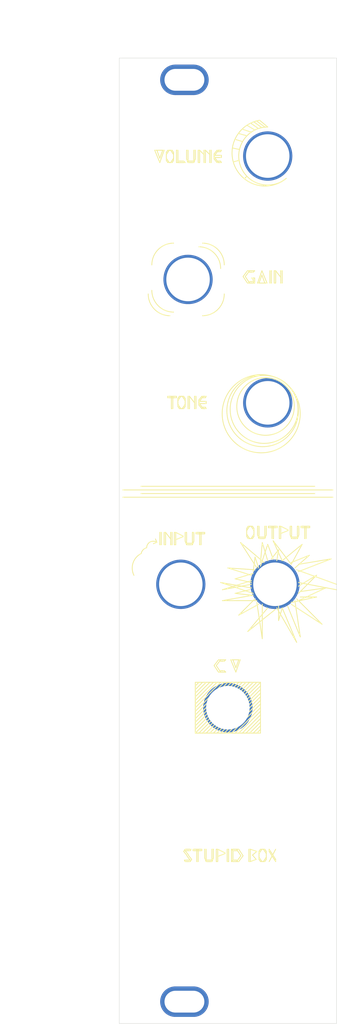
<source format=kicad_pcb>
(kicad_pcb (version 20171130) (host pcbnew "(5.1.9)-1")

  (general
    (thickness 1.6)
    (drawings 477)
    (tracks 6)
    (zones 0)
    (modules 2)
    (nets 1)
  )

  (page A4)
  (layers
    (0 F.Cu signal)
    (31 B.Cu signal)
    (32 B.Adhes user)
    (33 F.Adhes user)
    (34 B.Paste user)
    (35 F.Paste user)
    (36 B.SilkS user)
    (37 F.SilkS user)
    (38 B.Mask user)
    (39 F.Mask user)
    (40 Dwgs.User user)
    (41 Cmts.User user)
    (42 Eco1.User user)
    (43 Eco2.User user)
    (44 Edge.Cuts user)
    (45 Margin user)
    (46 B.CrtYd user)
    (47 F.CrtYd user)
    (48 B.Fab user)
    (49 F.Fab user)
  )

  (setup
    (last_trace_width 0.3)
    (user_trace_width 0.3)
    (user_trace_width 0.6)
    (trace_clearance 0.2)
    (zone_clearance 0.508)
    (zone_45_only no)
    (trace_min 0.2)
    (via_size 0.8)
    (via_drill 0.4)
    (via_min_size 0.4)
    (via_min_drill 0.3)
    (uvia_size 0.3)
    (uvia_drill 0.1)
    (uvias_allowed no)
    (uvia_min_size 0.2)
    (uvia_min_drill 0.1)
    (edge_width 0.05)
    (segment_width 0.2)
    (pcb_text_width 0.3)
    (pcb_text_size 1.5 1.5)
    (mod_edge_width 0.12)
    (mod_text_size 1 1)
    (mod_text_width 0.15)
    (pad_size 1.524 1.524)
    (pad_drill 0.762)
    (pad_to_mask_clearance 0)
    (aux_axis_origin 0 0)
    (visible_elements 7FFFFFFF)
    (pcbplotparams
      (layerselection 0x010fc_ffffffff)
      (usegerberextensions true)
      (usegerberattributes false)
      (usegerberadvancedattributes false)
      (creategerberjobfile false)
      (excludeedgelayer true)
      (linewidth 0.100000)
      (plotframeref false)
      (viasonmask false)
      (mode 1)
      (useauxorigin false)
      (hpglpennumber 1)
      (hpglpenspeed 20)
      (hpglpendiameter 15.000000)
      (psnegative false)
      (psa4output false)
      (plotreference true)
      (plotvalue false)
      (plotinvisibletext false)
      (padsonsilk false)
      (subtractmaskfromsilk true)
      (outputformat 1)
      (mirror false)
      (drillshape 0)
      (scaleselection 1)
      (outputdirectory "gerber/"))
  )

  (net 0 "")

  (net_class Default "This is the default net class."
    (clearance 0.2)
    (trace_width 0.3)
    (via_dia 0.8)
    (via_drill 0.4)
    (uvia_dia 0.3)
    (uvia_drill 0.1)
  )

  (net_class Power ""
    (clearance 0.2)
    (trace_width 0.6)
    (via_dia 0.8)
    (via_drill 0.4)
    (uvia_dia 0.3)
    (uvia_drill 0.1)
  )

  (module "Synth:Doepfer Mounting hole" (layer F.Cu) (tedit 6156C46B) (tstamp 61576E6D)
    (at 71 155)
    (fp_text reference REF** (at 0 3) (layer F.SilkS) hide
      (effects (font (size 1 1) (thickness 0.15)))
    )
    (fp_text value "Doepfer Mounting hole" (at 0 -3) (layer F.Fab)
      (effects (font (size 1 1) (thickness 0.15)))
    )
    (pad 1 thru_hole oval (at 0 0) (size 6.7 4.2) (drill oval 5.5 3) (layers *.Cu *.Mask))
  )

  (module "Synth:Doepfer Mounting hole" (layer F.Cu) (tedit 6156C46B) (tstamp 61576E66)
    (at 71 28)
    (fp_text reference REF** (at 0 3) (layer F.SilkS) hide
      (effects (font (size 1 1) (thickness 0.15)))
    )
    (fp_text value "Doepfer Mounting hole" (at 0 -3) (layer F.Fab)
      (effects (font (size 1 1) (thickness 0.15)))
    )
    (pad 1 thru_hole oval (at 0 0) (size 6.7 4.2) (drill oval 5.5 3) (layers *.Cu *.Mask))
  )

  (dimension 133 (width 0.15) (layer Dwgs.User)
    (gr_text "133,000 mm" (at 49.2 91.5 90) (layer Dwgs.User)
      (effects (font (size 1 1) (thickness 0.15)))
    )
    (feature1 (pts (xy 62 25) (xy 49.913579 25)))
    (feature2 (pts (xy 62 158) (xy 49.913579 158)))
    (crossbar (pts (xy 50.5 158) (xy 50.5 25)))
    (arrow1a (pts (xy 50.5 25) (xy 51.086421 26.126504)))
    (arrow1b (pts (xy 50.5 25) (xy 49.913579 26.126504)))
    (arrow2a (pts (xy 50.5 158) (xy 51.086421 156.873496)))
    (arrow2b (pts (xy 50.5 158) (xy 49.913579 156.873496)))
  )
  (gr_arc (start 73.5 53.5) (end 76.5 53.5) (angle -90) (layer F.SilkS) (width 0.12) (tstamp 612012AA))
  (gr_arc (start 69.5 53.5) (end 69.5 50.5) (angle -90) (layer F.SilkS) (width 0.12) (tstamp 612012AA))
  (gr_arc (start 73.5 57.5) (end 73.5 60.5) (angle -90) (layer F.SilkS) (width 0.12) (tstamp 612012AA))
  (gr_arc (start 69 57.5) (end 66 57.5) (angle -90) (layer F.SilkS) (width 0.12) (tstamp 612012AA))
  (gr_arc (start 73 54) (end 76 54) (angle -90) (layer F.SilkS) (width 0.12) (tstamp 612012AA))
  (gr_arc (start 69.5 57) (end 66.5 57) (angle -90) (layer F.SilkS) (width 0.12))
  (gr_line (start 65 84) (end 89 84) (layer F.SilkS) (width 0.12))
  (gr_line (start 62.5 84.5) (end 91.5 84.5) (layer F.SilkS) (width 0.12))
  (gr_line (start 65 85) (end 89 85) (layer F.SilkS) (width 0.12))
  (gr_line (start 62.5 85.5) (end 91.5 85.5) (layer F.SilkS) (width 0.12))
  (gr_line (start 82 42.5) (end 82 42.6) (layer F.SilkS) (width 0.12))
  (gr_line (start 79.6 41.3) (end 79.3 41.6) (layer F.SilkS) (width 0.12))
  (gr_line (start 78.5 39.1) (end 77.8 39.3) (layer F.SilkS) (width 0.12))
  (gr_line (start 78.6 37.6) (end 77.7 37.4) (layer F.SilkS) (width 0.12))
  (gr_line (start 79 36.5) (end 78 36.2) (layer F.SilkS) (width 0.12))
  (gr_line (start 79.6 35.7) (end 78.5 35.4) (layer F.SilkS) (width 0.12))
  (gr_line (start 80.2 35.2) (end 79 34.8) (layer F.SilkS) (width 0.12))
  (gr_line (start 80.7 34.9) (end 79.7 34.3) (layer F.SilkS) (width 0.12))
  (gr_line (start 81.2 34.7) (end 80.2 34) (layer F.SilkS) (width 0.12))
  (gr_line (start 81.7 34.6) (end 80.6 33.8) (layer F.SilkS) (width 0.12))
  (gr_line (start 82.1 34.5) (end 81 33.7) (layer F.SilkS) (width 0.12))
  (gr_line (start 82.5 34.5) (end 81.386612 33.571173) (layer F.SilkS) (width 0.12) (tstamp 6120120D))
  (gr_arc (start 82.136612 38.071173) (end 81.386612 33.571173) (angle -210.4014533) (layer F.SilkS) (width 0.12) (tstamp 612011FE))
  (gr_arc (start 82.5 38.5) (end 82.5 34.5) (angle -219.8055711) (layer F.SilkS) (width 0.12))
  (gr_circle (center 81.6 74) (end 83.6 79) (layer F.SilkS) (width 0.12))
  (gr_circle (center 81.8 73.6) (end 83.6 78.2) (layer F.SilkS) (width 0.12))
  (gr_circle (center 82 73.4) (end 85 77) (layer F.SilkS) (width 0.12))
  (gr_circle (center 82.2 73) (end 84.8 76) (layer F.SilkS) (width 0.12))
  (gr_arc (start 66.028108 95.262777) (end 65.028109 93.262778) (angle -90) (layer F.SilkS) (width 0.12))
  (gr_line (start 67.190253 91.714932) (end 66.725321 91.905185) (layer F.SilkS) (width 0.12) (tstamp 61200F23))
  (gr_line (start 67.190253 91.714932) (end 67 91.25) (layer F.SilkS) (width 0.12))
  (gr_arc (start 66.690254 92.464931) (end 67.190253 91.714932) (angle -123.6900675) (layer F.SilkS) (width 0.12))
  (gr_arc (start 66.038867 93.46493) (end 65.788868 92.464931) (angle -64.65382406) (layer F.SilkS) (width 0.12))
  (gr_line (start 87.25 92) (end 85.75 94.75) (layer F.SilkS) (width 0.12) (tstamp 61200F12))
  (gr_line (start 84.5 94.25) (end 87.25 92) (layer F.SilkS) (width 0.12))
  (gr_line (start 82.5 92) (end 81.5 95) (layer F.SilkS) (width 0.12))
  (gr_line (start 83.25 94) (end 82.5 92) (layer F.SilkS) (width 0.12))
  (gr_line (start 83.25 91.5) (end 84.5 94.25) (layer F.SilkS) (width 0.12))
  (gr_line (start 85.75 94.75) (end 83.25 91.5) (layer F.SilkS) (width 0.12))
  (gr_line (start 84 92.75) (end 83.75 94.25) (layer F.SilkS) (width 0.12))
  (gr_line (start 83 94) (end 84 92.75) (layer F.SilkS) (width 0.12))
  (gr_line (start 81.75 91.75) (end 82.5 94.25) (layer F.SilkS) (width 0.12))
  (gr_line (start 81.5 94.5) (end 81.75 91.75) (layer F.SilkS) (width 0.12))
  (gr_line (start 78.75 91.75) (end 81 95.25) (layer F.SilkS) (width 0.12))
  (gr_line (start 82 94.5) (end 78.75 91.75) (layer F.SilkS) (width 0.12))
  (gr_line (start 80.75 93.75) (end 80.5 95.75) (layer F.SilkS) (width 0.12))
  (gr_line (start 81.25 95.25) (end 80.75 93.75) (layer F.SilkS) (width 0.12))
  (gr_line (start 78 96.75) (end 80.25 97.25) (layer F.SilkS) (width 0.12))
  (gr_line (start 80.5 96) (end 78 96.75) (layer F.SilkS) (width 0.12))
  (gr_line (start 76.25 98.25) (end 80.25 97.5) (layer F.SilkS) (width 0.12))
  (gr_line (start 80.25 97) (end 76.25 98.25) (layer F.SilkS) (width 0.12))
  (gr_line (start 77 95.25) (end 80.25 96.25) (layer F.SilkS) (width 0.12))
  (gr_line (start 80.75 95.5) (end 77 95.25) (layer F.SilkS) (width 0.12))
  (gr_line (start 88.25 93.5) (end 85.75 94.5) (layer F.SilkS) (width 0.12))
  (gr_line (start 86.25 95.25) (end 88.25 93.5) (layer F.SilkS) (width 0.12))
  (gr_line (start 92 98.25) (end 86.75 97.25) (layer F.SilkS) (width 0.12))
  (gr_line (start 86.5 95.5) (end 92 97.5) (layer F.SilkS) (width 0.12))
  (gr_line (start 91.25 94) (end 86.75 95.75) (layer F.SilkS) (width 0.12))
  (gr_line (start 86.75 94.75) (end 91.25 94) (layer F.SilkS) (width 0.12))
  (gr_line (start 78 98.75) (end 80.25 99) (layer F.SilkS) (width 0.12))
  (gr_line (start 80 98.25) (end 78 98.75) (layer F.SilkS) (width 0.12))
  (gr_line (start 76 97.25) (end 80.25 98) (layer F.SilkS) (width 0.12))
  (gr_line (start 80.5 98.75) (end 76 97.25) (layer F.SilkS) (width 0.12))
  (gr_line (start 89.25 96.25) (end 86.75 97.75) (layer F.SilkS) (width 0.12))
  (gr_line (start 86.75 98.75) (end 89.25 96.25) (layer F.SilkS) (width 0.12))
  (gr_line (start 76.25 99.75) (end 80.5 99) (layer F.SilkS) (width 0.12))
  (gr_line (start 81 99.75) (end 76.25 99.75) (layer F.SilkS) (width 0.12))
  (gr_line (start 78.5 101.75) (end 80.75 99.5) (layer F.SilkS) (width 0.12))
  (gr_line (start 81.25 100.25) (end 78.5 101.75) (layer F.SilkS) (width 0.12))
  (gr_line (start 89.25 99.25) (end 85.75 100) (layer F.SilkS) (width 0.12))
  (gr_line (start 87 99.25) (end 89.25 99.25) (layer F.SilkS) (width 0.12))
  (gr_line (start 90.5 98) (end 86.75 99.75) (layer F.SilkS) (width 0.12))
  (gr_line (start 87 98.5) (end 90.5 98) (layer F.SilkS) (width 0.12))
  (gr_line (start 87 104.75) (end 85.25 100.5) (layer F.SilkS) (width 0.12))
  (gr_line (start 86.25 99.75) (end 87 104.75) (layer F.SilkS) (width 0.12))
  (gr_line (start 90 103) (end 86.5 99.5) (layer F.SilkS) (width 0.12))
  (gr_line (start 85.75 100.25) (end 90 103) (layer F.SilkS) (width 0.12))
  (gr_line (start 81.75 105) (end 81.75 100.25) (layer F.SilkS) (width 0.12))
  (gr_line (start 81 100) (end 81.75 105) (layer F.SilkS) (width 0.12))
  (gr_line (start 79.75 104) (end 82.5 100.75) (layer F.SilkS) (width 0.12))
  (gr_line (start 83.5 101) (end 79.75 104) (layer F.SilkS) (width 0.12))
  (gr_line (start 84 102.5) (end 84 100.5) (layer F.SilkS) (width 0.12))
  (gr_line (start 84.5 100.75) (end 84 102.5) (layer F.SilkS) (width 0.12))
  (gr_line (start 86.5 105.5) (end 84.5 100.75) (layer F.SilkS) (width 0.12))
  (gr_line (start 83.75 100.75) (end 86.5 105.5) (layer F.SilkS) (width 0.12))
  (gr_line (start 74 135.5) (end 74.8 135.5) (layer F.SilkS) (width 0.12) (tstamp 61200D4E))
  (gr_line (start 71.3 91.85) (end 72.1 91.85) (layer F.SilkS) (width 0.12))
  (gr_line (start 78.8 134.9) (end 78.2 134) (layer F.SilkS) (width 0.12) (tstamp 61200E3A))
  (gr_line (start 78.2 135.7) (end 78.8 134.9) (layer F.SilkS) (width 0.12) (tstamp 61200E39))
  (gr_line (start 83.6 134) (end 82.7 135.7) (layer F.SilkS) (width 0.12))
  (gr_line (start 82.7 134) (end 83.6 135.4) (layer F.SilkS) (width 0.12) (tstamp 61200E9D))
  (gr_line (start 83.6 135.7) (end 83.6 135.4) (layer F.SilkS) (width 0.12))
  (gr_line (start 82.7 134.3) (end 83.6 135.7) (layer F.SilkS) (width 0.12))
  (gr_line (start 82.7 134) (end 82.7 134.3) (layer F.SilkS) (width 0.12))
  (gr_line (start 81 134.3) (end 80.1 134) (layer F.SilkS) (width 0.12) (tstamp 61200E99))
  (gr_line (start 80.4 134.8) (end 81 134.3) (layer F.SilkS) (width 0.12))
  (gr_line (start 80.9 135.4) (end 80.4 134.8) (layer F.SilkS) (width 0.12))
  (gr_line (start 80.1 135.7) (end 80.9 135.4) (layer F.SilkS) (width 0.12))
  (gr_line (start 80.1 134) (end 80.1 135.7) (layer F.SilkS) (width 0.12) (tstamp 61200E94))
  (gr_line (start 79.9 135.7) (end 79.9 134) (layer F.SilkS) (width 0.12) (tstamp 61200E93))
  (gr_line (start 79.9 134) (end 80.1 134) (layer F.SilkS) (width 0.12) (tstamp 61200E92))
  (gr_line (start 79.9 135.7) (end 80.1 135.7) (layer F.SilkS) (width 0.12) (tstamp 61200E91))
  (gr_line (start 81.5 135.7) (end 81.3 135.4) (layer F.SilkS) (width 0.12) (tstamp 61200E83))
  (gr_line (start 82.3 135.4) (end 82.3 134.3) (layer F.SilkS) (width 0.12) (tstamp 61200E82))
  (gr_line (start 82.1 135.7) (end 81.5 135.7) (layer F.SilkS) (width 0.12) (tstamp 61200E81))
  (gr_line (start 82.1 134) (end 82.3 134.3) (layer F.SilkS) (width 0.12) (tstamp 61200E80))
  (gr_line (start 81.5 134) (end 82.1 134) (layer F.SilkS) (width 0.12) (tstamp 61200E7F))
  (gr_line (start 81.9 134) (end 82.3 134.6) (layer F.SilkS) (width 0.12) (tstamp 61200E7E))
  (gr_line (start 82.3 135.1) (end 81.9 135.7) (layer F.SilkS) (width 0.12) (tstamp 61200E7D))
  (gr_line (start 81.3 134.6) (end 81.7 134) (layer F.SilkS) (width 0.12) (tstamp 61200E7C))
  (gr_line (start 81.3 134.3) (end 81.3 135.4) (layer F.SilkS) (width 0.12) (tstamp 61200E7B))
  (gr_line (start 81.3 134.3) (end 81.5 134) (layer F.SilkS) (width 0.12) (tstamp 61200E7A))
  (gr_line (start 82.3 135.4) (end 82.1 135.7) (layer F.SilkS) (width 0.12) (tstamp 61200E79))
  (gr_line (start 81.3 135.1) (end 81.7 135.7) (layer F.SilkS) (width 0.12) (tstamp 61200E78))
  (gr_line (start 77.7 134.2) (end 77.7 135.5) (layer F.SilkS) (width 0.12) (tstamp 61200E5E))
  (gr_line (start 77.5 134) (end 77.5 135.7) (layer F.SilkS) (width 0.12) (tstamp 61200E5D))
  (gr_line (start 78.3 134.2) (end 77.7 134.2) (layer F.SilkS) (width 0.12) (tstamp 61200E3E))
  (gr_line (start 77.7 134.2) (end 77.5 134) (layer F.SilkS) (width 0.12) (tstamp 61200E3D))
  (gr_line (start 78.3 135.5) (end 77.7 135.5) (layer F.SilkS) (width 0.12) (tstamp 61200E3C))
  (gr_line (start 77.7 135.5) (end 77.5 135.7) (layer F.SilkS) (width 0.12) (tstamp 61200E3B))
  (gr_line (start 77.5 135.7) (end 78.5 135.7) (layer F.SilkS) (width 0.12) (tstamp 61200E38))
  (gr_line (start 78.5 135.7) (end 79.1 134.9) (layer F.SilkS) (width 0.12) (tstamp 61200E37))
  (gr_line (start 78.5 134) (end 77.5 134) (layer F.SilkS) (width 0.12) (tstamp 61200E36))
  (gr_line (start 79.1 134.9) (end 78.5 134) (layer F.SilkS) (width 0.12) (tstamp 61200E35))
  (gr_line (start 71.1 134) (end 70.9 134.3) (layer F.SilkS) (width 0.12) (tstamp 61200E34))
  (gr_line (start 72 135.4) (end 71.8 135.7) (layer F.SilkS) (width 0.12) (tstamp 61200E33))
  (gr_line (start 71.4 135) (end 71.3 134.8) (layer F.SilkS) (width 0.12) (tstamp 61200E32))
  (gr_line (start 71.6 134.9) (end 71.5 134.7) (layer F.SilkS) (width 0.12) (tstamp 61200E31))
  (gr_line (start 72 135.4) (end 71.6 134.9) (layer F.SilkS) (width 0.12))
  (gr_line (start 70.9 134.3) (end 71.3 134.8) (layer F.SilkS) (width 0.12))
  (gr_line (start 71.1 134.2) (end 71.5 134.7) (layer F.SilkS) (width 0.12))
  (gr_line (start 71.8 135.5) (end 71.4 135) (layer F.SilkS) (width 0.12))
  (gr_line (start 71.8 135.7) (end 71.1 135.7) (layer F.SilkS) (width 0.12) (tstamp 61200DFB))
  (gr_line (start 71.8 135.5) (end 71 135.5) (layer F.SilkS) (width 0.12) (tstamp 61200DFA))
  (gr_line (start 71 135.5) (end 71.1 135.7) (layer F.SilkS) (width 0.12) (tstamp 61200DF9))
  (gr_line (start 71.8 134.2) (end 71.1 134.2) (layer F.SilkS) (width 0.12))
  (gr_line (start 71.9 134) (end 71.8 134.2) (layer F.SilkS) (width 0.12))
  (gr_line (start 71.9 134) (end 71.1 134) (layer F.SilkS) (width 0.12))
  (gr_line (start 77.1 134) (end 77.1 135.7) (layer F.SilkS) (width 0.12) (tstamp 61200D69))
  (gr_line (start 76.9 135.7) (end 76.9 134) (layer F.SilkS) (width 0.12) (tstamp 61200D68))
  (gr_line (start 76.9 134) (end 77.1 134) (layer F.SilkS) (width 0.12) (tstamp 61200D67))
  (gr_line (start 75.6 134) (end 76.6 134.5) (layer F.SilkS) (width 0.12) (tstamp 61200D65))
  (gr_line (start 75.6 134) (end 75.6 135.7) (layer F.SilkS) (width 0.12) (tstamp 61200D64))
  (gr_line (start 75.4 135.7) (end 75.6 135.7) (layer F.SilkS) (width 0.12) (tstamp 61200D63))
  (gr_line (start 75.4 134) (end 75.6 134) (layer F.SilkS) (width 0.12) (tstamp 61200D60))
  (gr_line (start 76.6 134.5) (end 76.6 134.6) (layer F.SilkS) (width 0.12) (tstamp 61200D5F))
  (gr_line (start 75.4 135.7) (end 75.4 134) (layer F.SilkS) (width 0.12) (tstamp 61200D5E))
  (gr_line (start 76.6 134.6) (end 75.6 135) (layer F.SilkS) (width 0.12) (tstamp 61200D5D))
  (gr_line (start 76.9 135.7) (end 77.1 135.7) (layer F.SilkS) (width 0.12) (tstamp 61200D59))
  (gr_line (start 72.9 134.2) (end 73.4 134.2) (layer F.SilkS) (width 0.12) (tstamp 61200D53))
  (gr_line (start 73.4 134.2) (end 73.4 134) (layer F.SilkS) (width 0.12) (tstamp 61200D52))
  (gr_line (start 73.4 134) (end 72.9 134) (layer F.SilkS) (width 0.12) (tstamp 61200D51))
  (gr_line (start 74 134) (end 74 135.7) (layer F.SilkS) (width 0.12) (tstamp 61200D50))
  (gr_line (start 72.7 134) (end 72.9 134) (layer F.SilkS) (width 0.12) (tstamp 61200D4F))
  (gr_line (start 74 135.7) (end 74.8 135.7) (layer F.SilkS) (width 0.12) (tstamp 61200D4D))
  (gr_line (start 73.8 135.2) (end 73.8 134) (layer F.SilkS) (width 0.12) (tstamp 61200D4C))
  (gr_line (start 73.8 135.2) (end 74 135.7) (layer F.SilkS) (width 0.12) (tstamp 61200D4B))
  (gr_line (start 72.7 135.7) (end 72.7 134) (layer F.SilkS) (width 0.12) (tstamp 61200D49))
  (gr_line (start 75 135.2) (end 74.8 135.7) (layer F.SilkS) (width 0.12) (tstamp 61200D48))
  (gr_line (start 72.7 134.2) (end 72.9 134.2) (layer F.SilkS) (width 0.12) (tstamp 61200D47))
  (gr_line (start 72.7 134) (end 72.2 134) (layer F.SilkS) (width 0.12) (tstamp 61200D46))
  (gr_line (start 72.9 134) (end 72.9 135.7) (layer F.SilkS) (width 0.12) (tstamp 61200D45))
  (gr_line (start 74.8 134) (end 75 134) (layer F.SilkS) (width 0.12) (tstamp 61200D44))
  (gr_line (start 74.8 135.7) (end 74.8 134) (layer F.SilkS) (width 0.12) (tstamp 61200D43))
  (gr_line (start 72.2 134.2) (end 72.7 134.2) (layer F.SilkS) (width 0.12) (tstamp 61200D42))
  (gr_line (start 72.2 134) (end 72.2 134.2) (layer F.SilkS) (width 0.12) (tstamp 61200D41))
  (gr_line (start 72.7 135.7) (end 72.9 135.7) (layer F.SilkS) (width 0.12) (tstamp 61200D40))
  (gr_line (start 75 134) (end 75 135.2) (layer F.SilkS) (width 0.12) (tstamp 61200D3F))
  (gr_line (start 73.8 134) (end 74 134) (layer F.SilkS) (width 0.12) (tstamp 61200D3E))
  (gr_line (start 81.5 117.5) (end 81 118) (layer F.SilkS) (width 0.12))
  (gr_line (start 81.5 117) (end 80.5 118) (layer F.SilkS) (width 0.12))
  (gr_line (start 81.5 116.5) (end 80 118) (layer F.SilkS) (width 0.12))
  (gr_line (start 81.5 116) (end 79.5 118) (layer F.SilkS) (width 0.12))
  (gr_line (start 79 118) (end 81.5 115.5) (layer F.SilkS) (width 0.12))
  (gr_line (start 81.5 115) (end 78.5 118) (layer F.SilkS) (width 0.12))
  (gr_line (start 78 118) (end 81.5 114.5) (layer F.SilkS) (width 0.12))
  (gr_line (start 81.5 114) (end 77.5 118) (layer F.SilkS) (width 0.12))
  (gr_line (start 77 118) (end 81.5 113.5) (layer F.SilkS) (width 0.12))
  (gr_line (start 81.5 113) (end 76.5 118) (layer F.SilkS) (width 0.12))
  (gr_line (start 76 118) (end 81.5 112.5) (layer F.SilkS) (width 0.12))
  (gr_line (start 81.5 112) (end 75.5 118) (layer F.SilkS) (width 0.12))
  (gr_line (start 75 118) (end 81.5 111.5) (layer F.SilkS) (width 0.12))
  (gr_line (start 81.5 111) (end 74.5 118) (layer F.SilkS) (width 0.12))
  (gr_line (start 74 118) (end 81 111) (layer F.SilkS) (width 0.12))
  (gr_line (start 80.5 111) (end 73.5 118) (layer F.SilkS) (width 0.12))
  (gr_line (start 73 118) (end 80 111) (layer F.SilkS) (width 0.12))
  (gr_line (start 72.5 118) (end 73 118) (layer F.SilkS) (width 0.12))
  (gr_line (start 79.5 111) (end 72.5 118) (layer F.SilkS) (width 0.12) (tstamp 61200CAD))
  (gr_line (start 73 111) (end 72.5 111.5) (layer F.SilkS) (width 0.12))
  (gr_line (start 72.5 117.5) (end 79 111) (layer F.SilkS) (width 0.12))
  (gr_line (start 78.5 111) (end 72.5 117) (layer F.SilkS) (width 0.12))
  (gr_line (start 78 111) (end 72.5 116.5) (layer F.SilkS) (width 0.12))
  (gr_line (start 77.5 111) (end 72.5 116) (layer F.SilkS) (width 0.12))
  (gr_line (start 77 111) (end 72.5 115.5) (layer F.SilkS) (width 0.12))
  (gr_line (start 76.5 111) (end 72.5 115) (layer F.SilkS) (width 0.12))
  (gr_line (start 76 111) (end 72.5 114.5) (layer F.SilkS) (width 0.12))
  (gr_line (start 75.5 111) (end 72.5 114) (layer F.SilkS) (width 0.12))
  (gr_line (start 75 111) (end 72.5 113.5) (layer F.SilkS) (width 0.12))
  (gr_line (start 74.5 111) (end 72.5 113) (layer F.SilkS) (width 0.12))
  (gr_line (start 72.5 112.5) (end 74 111) (layer F.SilkS) (width 0.12))
  (gr_line (start 73.5 111) (end 72.5 112) (layer F.SilkS) (width 0.12))
  (gr_line (start 72.5 118) (end 72.5 111) (layer F.SilkS) (width 0.12) (tstamp 61200CAC))
  (gr_line (start 81.5 118) (end 72.5 118) (layer F.SilkS) (width 0.12))
  (gr_line (start 81.5 111) (end 81.5 118) (layer F.SilkS) (width 0.12))
  (gr_line (start 72.5 111) (end 81.5 111) (layer F.SilkS) (width 0.12))
  (gr_line (start 73.9 37.7) (end 74.5 38.3) (layer F.SilkS) (width 0.12))
  (gr_line (start 73.1 37.7) (end 73.7 38.3) (layer F.SilkS) (width 0.12))
  (gr_line (start 74.7 37.7) (end 74.7 39.4) (layer F.SilkS) (width 0.12) (tstamp 61200935))
  (gr_line (start 74.5 39.4) (end 74.5 37.7) (layer F.SilkS) (width 0.12) (tstamp 61200934))
  (gr_line (start 74.5 37.7) (end 74.7 37.7) (layer F.SilkS) (width 0.12) (tstamp 61200933))
  (gr_line (start 74.5 39.4) (end 74.7 39.4) (layer F.SilkS) (width 0.12) (tstamp 61200932))
  (gr_line (start 73.9 37.7) (end 73.9 39.4) (layer F.SilkS) (width 0.12) (tstamp 61200935))
  (gr_line (start 73.7 39.4) (end 73.7 37.7) (layer F.SilkS) (width 0.12) (tstamp 61200934))
  (gr_line (start 73.7 37.7) (end 73.9 37.7) (layer F.SilkS) (width 0.12) (tstamp 61200933))
  (gr_line (start 73.7 39.4) (end 73.9 39.4) (layer F.SilkS) (width 0.12) (tstamp 61200932))
  (gr_line (start 73.1 37.7) (end 73.1 39.4) (layer F.SilkS) (width 0.12) (tstamp 61200935))
  (gr_line (start 72.9 39.4) (end 72.9 37.7) (layer F.SilkS) (width 0.12) (tstamp 61200934))
  (gr_line (start 72.9 37.7) (end 73.1 37.7) (layer F.SilkS) (width 0.12) (tstamp 61200933))
  (gr_line (start 72.9 39.4) (end 73.1 39.4) (layer F.SilkS) (width 0.12) (tstamp 61200932))
  (gr_line (start 70.9 39.2) (end 70.1 39.2) (layer F.SilkS) (width 0.12))
  (gr_line (start 71.1 39.4) (end 70.9 39.2) (layer F.SilkS) (width 0.12))
  (gr_line (start 70.1 39.4) (end 71.1 39.4) (layer F.SilkS) (width 0.12))
  (gr_line (start 70.1 37.7) (end 70.1 39.4) (layer F.SilkS) (width 0.12) (tstamp 61200935))
  (gr_line (start 69.9 39.4) (end 69.9 37.7) (layer F.SilkS) (width 0.12) (tstamp 61200934))
  (gr_line (start 69.9 37.7) (end 70.1 37.7) (layer F.SilkS) (width 0.12) (tstamp 61200933))
  (gr_line (start 69.9 39.4) (end 70.1 39.4) (layer F.SilkS) (width 0.12) (tstamp 61200932))
  (gr_line (start 71.5 37.7) (end 71.5 39.4) (layer F.SilkS) (width 0.12) (tstamp 61200915))
  (gr_line (start 71.5 39.2) (end 72.3 39.2) (layer F.SilkS) (width 0.12) (tstamp 61200914))
  (gr_line (start 71.5 39.4) (end 72.3 39.4) (layer F.SilkS) (width 0.12) (tstamp 61200913))
  (gr_line (start 71.3 38.9) (end 71.3 37.7) (layer F.SilkS) (width 0.12) (tstamp 61200912))
  (gr_line (start 71.3 38.9) (end 71.5 39.4) (layer F.SilkS) (width 0.12) (tstamp 61200911))
  (gr_line (start 72.5 38.9) (end 72.3 39.4) (layer F.SilkS) (width 0.12) (tstamp 61200910))
  (gr_line (start 72.3 37.7) (end 72.5 37.7) (layer F.SilkS) (width 0.12) (tstamp 6120090F))
  (gr_line (start 72.3 39.4) (end 72.3 37.7) (layer F.SilkS) (width 0.12) (tstamp 6120090E))
  (gr_line (start 72.5 37.7) (end 72.5 38.9) (layer F.SilkS) (width 0.12) (tstamp 6120090D))
  (gr_line (start 71.3 37.7) (end 71.5 37.7) (layer F.SilkS) (width 0.12) (tstamp 6120090C))
  (gr_line (start 69.3 37.7) (end 69.5 38) (layer F.SilkS) (width 0.12) (tstamp 612008E4))
  (gr_line (start 68.7 39.4) (end 68.5 39.1) (layer F.SilkS) (width 0.12) (tstamp 612008E3))
  (gr_line (start 69.5 39.1) (end 69.5 38) (layer F.SilkS) (width 0.12) (tstamp 612008E2))
  (gr_line (start 69.3 39.4) (end 68.7 39.4) (layer F.SilkS) (width 0.12) (tstamp 612008E1))
  (gr_line (start 76.1 38.6) (end 76.1 38.7) (layer F.SilkS) (width 0.12) (tstamp 612008E0))
  (gr_line (start 75.7 37.7) (end 75.1 38.5) (layer F.SilkS) (width 0.12) (tstamp 612008DF))
  (gr_line (start 75.9 38.4) (end 76.1 38.4) (layer F.SilkS) (width 0.12) (tstamp 612008DE))
  (gr_line (start 76 37.9) (end 76.1 37.7) (layer F.SilkS) (width 0.12) (tstamp 612008DD))
  (gr_line (start 76.1 38.7) (end 75.2 38.7) (layer F.SilkS) (width 0.12) (tstamp 612008DC))
  (gr_line (start 76 39.2) (end 76.1 39.4) (layer F.SilkS) (width 0.12) (tstamp 612008DB))
  (gr_line (start 75.7 39.4) (end 75.1 38.6) (layer F.SilkS) (width 0.12) (tstamp 612008DA))
  (gr_line (start 75.2 38.4) (end 75.9 38.4) (layer F.SilkS) (width 0.12) (tstamp 612008D9))
  (gr_line (start 75.6 37.9) (end 76 37.9) (layer F.SilkS) (width 0.12) (tstamp 612008D8))
  (gr_line (start 76.1 38.4) (end 76.1 38.6) (layer F.SilkS) (width 0.12) (tstamp 612008D7))
  (gr_line (start 75.6 39.2) (end 76 39.2) (layer F.SilkS) (width 0.12) (tstamp 612008D6))
  (gr_line (start 68.5 38) (end 68.7 37.7) (layer F.SilkS) (width 0.12) (tstamp 612008D5))
  (gr_line (start 68.7 37.7) (end 69.3 37.7) (layer F.SilkS) (width 0.12) (tstamp 612008D4))
  (gr_line (start 69.5 38.8) (end 69.1 39.4) (layer F.SilkS) (width 0.12) (tstamp 612008D3))
  (gr_line (start 68.5 38.3) (end 68.9 37.7) (layer F.SilkS) (width 0.12) (tstamp 612008D2))
  (gr_line (start 68.5 38.8) (end 68.9 39.4) (layer F.SilkS) (width 0.12) (tstamp 612008D1))
  (gr_line (start 69.1 37.7) (end 69.5 38.3) (layer F.SilkS) (width 0.12) (tstamp 612008D0))
  (gr_line (start 68.5 38) (end 68.5 39.1) (layer F.SilkS) (width 0.12) (tstamp 612008CF))
  (gr_line (start 69.5 39.1) (end 69.3 39.4) (layer F.SilkS) (width 0.12) (tstamp 612008CE))
  (gr_line (start 75.5 39.4) (end 76.1 39.4) (layer F.SilkS) (width 0.12) (tstamp 612008CD))
  (gr_line (start 75.1 38.9) (end 75.5 39.4) (layer F.SilkS) (width 0.12) (tstamp 612008C9))
  (gr_line (start 75.1 38.2) (end 75.1 38.9) (layer F.SilkS) (width 0.12) (tstamp 612008C6))
  (gr_line (start 75.5 37.7) (end 76.1 37.7) (layer F.SilkS) (width 0.12) (tstamp 612008C4))
  (gr_line (start 75.1 38.2) (end 75.5 37.7) (layer F.SilkS) (width 0.12) (tstamp 612008C3))
  (gr_line (start 67.2 37.7) (end 67.6 38.8) (layer F.SilkS) (width 0.12) (tstamp 612008B8))
  (gr_line (start 66.9 37.7) (end 67.6 39.4) (layer F.SilkS) (width 0.12) (tstamp 612008B7))
  (gr_line (start 67.6 38.8) (end 68 37.7) (layer F.SilkS) (width 0.12) (tstamp 612008B6))
  (gr_line (start 67.6 39.4) (end 68.2 37.7) (layer F.SilkS) (width 0.12) (tstamp 612008B5))
  (gr_line (start 68.2 37.7) (end 66.9 37.7) (layer F.SilkS) (width 0.12) (tstamp 612008B4))
  (gr_line (start 80.5 55.5) (end 80.5 55.8) (layer F.SilkS) (width 0.12) (tstamp 612008B3))
  (gr_line (start 80.3 55.3) (end 80.5 55.5) (layer F.SilkS) (width 0.12))
  (gr_line (start 80.7 55.3) (end 80.3 55.3) (layer F.SilkS) (width 0.12))
  (gr_line (start 80.7 56) (end 80.7 55.3) (layer F.SilkS) (width 0.12))
  (gr_line (start 79.9 55.8) (end 80.5 55.8) (layer F.SilkS) (width 0.12) (tstamp 612008A7))
  (gr_line (start 80.5 55.8) (end 80.7 56) (layer F.SilkS) (width 0.12) (tstamp 612008A6))
  (gr_line (start 79.9 54.5) (end 80.5 54.5) (layer F.SilkS) (width 0.12) (tstamp 612008A5))
  (gr_line (start 80.5 54.5) (end 80.7 54.3) (layer F.SilkS) (width 0.12) (tstamp 612008A4))
  (gr_line (start 79.4 55.1) (end 80 56) (layer F.SilkS) (width 0.12) (tstamp 612008A3))
  (gr_line (start 80 54.3) (end 79.4 55.1) (layer F.SilkS) (width 0.12) (tstamp 612008A2))
  (gr_line (start 80.7 54.3) (end 79.7 54.3) (layer F.SilkS) (width 0.12) (tstamp 612008A1))
  (gr_line (start 79.7 54.3) (end 79.1 55.1) (layer F.SilkS) (width 0.12) (tstamp 612008A0))
  (gr_line (start 79.7 56) (end 80.7 56) (layer F.SilkS) (width 0.12) (tstamp 6120089F))
  (gr_line (start 79.1 55.1) (end 79.7 56) (layer F.SilkS) (width 0.12) (tstamp 6120089E))
  (gr_line (start 82.1 56) (end 81.7 54.9) (layer F.SilkS) (width 0.12) (tstamp 612007EC))
  (gr_line (start 82.4 56) (end 81.7 54.3) (layer F.SilkS) (width 0.12) (tstamp 612007EB))
  (gr_line (start 81.7 54.9) (end 81.3 56) (layer F.SilkS) (width 0.12) (tstamp 612007EA))
  (gr_line (start 81.7 54.3) (end 81.1 56) (layer F.SilkS) (width 0.12) (tstamp 612007E9))
  (gr_line (start 81.1 56) (end 82.4 56) (layer F.SilkS) (width 0.12) (tstamp 612007E8))
  (gr_line (start 73.9 71.8) (end 74 71.6) (layer F.SilkS) (width 0.12) (tstamp 61201051))
  (gr_line (start 73.5 71.8) (end 73.9 71.8) (layer F.SilkS) (width 0.12) (tstamp 61201060))
  (gr_line (start 73.9 73.1) (end 74 73.3) (layer F.SilkS) (width 0.12) (tstamp 61201057))
  (gr_line (start 73.5 73.1) (end 73.9 73.1) (layer F.SilkS) (width 0.12) (tstamp 61201066))
  (gr_line (start 74 72.6) (end 73.1 72.6) (layer F.SilkS) (width 0.12) (tstamp 61201054))
  (gr_line (start 74 72.5) (end 74 72.6) (layer F.SilkS) (width 0.12) (tstamp 61201048))
  (gr_line (start 74 72.3) (end 74 72.5) (layer F.SilkS) (width 0.12) (tstamp 61201063))
  (gr_line (start 73.8 72.3) (end 74 72.3) (layer F.SilkS) (width 0.12) (tstamp 6120104E))
  (gr_line (start 73.1 72.3) (end 73.8 72.3) (layer F.SilkS) (width 0.12) (tstamp 6120105D))
  (gr_line (start 73.6 73.3) (end 73 72.5) (layer F.SilkS) (width 0.12) (tstamp 6120105A))
  (gr_line (start 73.6 71.6) (end 73 72.4) (layer F.SilkS) (width 0.12) (tstamp 6120104B))
  (gr_line (start 73.4 71.6) (end 74 71.6) (layer F.SilkS) (width 0.12) (tstamp 612010A2))
  (gr_line (start 73 72.1) (end 73.4 71.6) (layer F.SilkS) (width 0.12) (tstamp 612010A5))
  (gr_line (start 73.4 73.3) (end 74 73.3) (layer F.SilkS) (width 0.12) (tstamp 61201087))
  (gr_line (start 73 72.8) (end 73.4 73.3) (layer F.SilkS) (width 0.12) (tstamp 61201093))
  (gr_line (start 73 72.1) (end 73 72.8) (layer F.SilkS) (width 0.12) (tstamp 6120109C))
  (gr_line (start 71.7 71.6) (end 72.4 72.5) (layer F.SilkS) (width 0.12) (tstamp 6120108A))
  (gr_line (start 71.5 73.3) (end 71.5 71.6) (layer F.SilkS) (width 0.12) (tstamp 612010A8))
  (gr_line (start 71.7 71.6) (end 71.7 73.3) (layer F.SilkS) (width 0.12) (tstamp 61201096))
  (gr_line (start 71.5 71.6) (end 71.7 71.6) (layer F.SilkS) (width 0.12) (tstamp 612010AB))
  (gr_line (start 72.4 71.6) (end 72.6 71.6) (layer F.SilkS) (width 0.12) (tstamp 6120109F))
  (gr_line (start 72.6 71.6) (end 72.6 73.3) (layer F.SilkS) (width 0.12) (tstamp 612010AE))
  (gr_line (start 71.5 73.3) (end 71.7 73.3) (layer F.SilkS) (width 0.12) (tstamp 61201099))
  (gr_line (start 72.4 72.5) (end 72.4 71.6) (layer F.SilkS) (width 0.12) (tstamp 61201090))
  (gr_line (start 72.6 73.3) (end 72.4 73.3) (layer F.SilkS) (width 0.12) (tstamp 6120108D))
  (gr_line (start 72.4 73.3) (end 72.4 72.5) (layer F.SilkS) (width 0.12) (tstamp 612010B1))
  (gr_line (start 83 54.3) (end 83 56) (layer F.SilkS) (width 0.12) (tstamp 6120071D))
  (gr_line (start 82.8 56) (end 82.8 54.3) (layer F.SilkS) (width 0.12) (tstamp 6120071C))
  (gr_line (start 82.8 54.3) (end 83 54.3) (layer F.SilkS) (width 0.12) (tstamp 6120071B))
  (gr_line (start 84.5 56) (end 84.3 56) (layer F.SilkS) (width 0.12) (tstamp 6120071A))
  (gr_line (start 84.3 56) (end 84.3 55.2) (layer F.SilkS) (width 0.12) (tstamp 61200715))
  (gr_line (start 84.3 55.2) (end 84.3 54.3) (layer F.SilkS) (width 0.12) (tstamp 61200710))
  (gr_line (start 83.4 56) (end 83.4 54.3) (layer F.SilkS) (width 0.12) (tstamp 6120070F))
  (gr_line (start 83.6 54.3) (end 83.6 56) (layer F.SilkS) (width 0.12) (tstamp 6120070E))
  (gr_line (start 82.8 56) (end 83 56) (layer F.SilkS) (width 0.12) (tstamp 6120070D))
  (gr_line (start 84.5 54.3) (end 84.5 56) (layer F.SilkS) (width 0.12) (tstamp 6120070C))
  (gr_line (start 83.4 54.3) (end 83.6 54.3) (layer F.SilkS) (width 0.12) (tstamp 6120070B))
  (gr_line (start 83.4 56) (end 83.6 56) (layer F.SilkS) (width 0.12) (tstamp 6120070A))
  (gr_line (start 84.3 54.3) (end 84.5 54.3) (layer F.SilkS) (width 0.12) (tstamp 61200709))
  (gr_line (start 83.6 54.3) (end 84.3 55.2) (layer F.SilkS) (width 0.12) (tstamp 61200708))
  (gr_line (start 70.3 73.3) (end 70.1 73) (layer F.SilkS) (width 0.12) (tstamp 61201024))
  (gr_line (start 71.1 73) (end 71.1 71.9) (layer F.SilkS) (width 0.12) (tstamp 61201027))
  (gr_line (start 70.9 73.3) (end 70.3 73.3) (layer F.SilkS) (width 0.12) (tstamp 6120102A))
  (gr_line (start 70.9 71.6) (end 71.1 71.9) (layer F.SilkS) (width 0.12) (tstamp 61201021))
  (gr_line (start 70.3 71.6) (end 70.9 71.6) (layer F.SilkS) (width 0.12) (tstamp 6120106C))
  (gr_line (start 70.7 71.6) (end 71.1 72.2) (layer F.SilkS) (width 0.12) (tstamp 61201078))
  (gr_line (start 71.1 72.7) (end 70.7 73.3) (layer F.SilkS) (width 0.12) (tstamp 6120106F))
  (gr_line (start 70.1 72.2) (end 70.5 71.6) (layer F.SilkS) (width 0.12) (tstamp 61201072))
  (gr_line (start 70.1 71.9) (end 70.1 73) (layer F.SilkS) (width 0.12) (tstamp 6120107B))
  (gr_line (start 70.1 71.9) (end 70.3 71.6) (layer F.SilkS) (width 0.12) (tstamp 61201069))
  (gr_line (start 71.1 73) (end 70.9 73.3) (layer F.SilkS) (width 0.12) (tstamp 6120107E))
  (gr_line (start 70.1 72.7) (end 70.5 73.3) (layer F.SilkS) (width 0.12) (tstamp 61201075))
  (gr_line (start 69.2 71.6) (end 68.7 71.6) (layer F.SilkS) (width 0.12) (tstamp 6120103F))
  (gr_line (start 69.2 73.3) (end 69.2 71.6) (layer F.SilkS) (width 0.12) (tstamp 61201042))
  (gr_line (start 69.9 71.8) (end 69.9 71.6) (layer F.SilkS) (width 0.12) (tstamp 61201039))
  (gr_line (start 69.4 71.8) (end 69.9 71.8) (layer F.SilkS) (width 0.12) (tstamp 61201036))
  (gr_line (start 69.2 73.3) (end 69.4 73.3) (layer F.SilkS) (width 0.12) (tstamp 61201045))
  (gr_line (start 68.7 71.6) (end 68.7 71.8) (layer F.SilkS) (width 0.12) (tstamp 61201033))
  (gr_line (start 68.7 71.8) (end 69.2 71.8) (layer F.SilkS) (width 0.12) (tstamp 6120103C))
  (gr_line (start 69.2 71.6) (end 69.4 71.6) (layer F.SilkS) (width 0.12) (tstamp 6120102D))
  (gr_line (start 69.9 71.6) (end 69.4 71.6) (layer F.SilkS) (width 0.12) (tstamp 61201030))
  (gr_line (start 69.2 71.8) (end 69.4 71.8) (layer F.SilkS) (width 0.12) (tstamp 61201081))
  (gr_line (start 69.4 71.6) (end 69.4 73.3) (layer F.SilkS) (width 0.12) (tstamp 61201084))
  (gr_line (start 80.2 89.5) (end 80.6 90.1) (layer F.SilkS) (width 0.12))
  (gr_line (start 79.6 90.1) (end 80 89.5) (layer F.SilkS) (width 0.12))
  (gr_line (start 80.6 90.6) (end 80.2 91.2) (layer F.SilkS) (width 0.12))
  (gr_line (start 79.6 90.6) (end 80 91.2) (layer F.SilkS) (width 0.12))
  (gr_line (start 79.6 89.8) (end 79.6 90.9) (layer F.SilkS) (width 0.12) (tstamp 61200667))
  (gr_line (start 80.6 90.9) (end 80.6 89.8) (layer F.SilkS) (width 0.12) (tstamp 61200666))
  (gr_line (start 79.8 91.2) (end 79.6 90.9) (layer F.SilkS) (width 0.12) (tstamp 6120065C))
  (gr_line (start 80.4 91.2) (end 79.8 91.2) (layer F.SilkS) (width 0.12) (tstamp 6120065B))
  (gr_line (start 80.6 90.9) (end 80.4 91.2) (layer F.SilkS) (width 0.12) (tstamp 6120065A))
  (gr_line (start 80.4 89.5) (end 80.6 89.8) (layer F.SilkS) (width 0.12) (tstamp 61200639))
  (gr_line (start 79.6 89.8) (end 79.8 89.5) (layer F.SilkS) (width 0.12) (tstamp 61200638))
  (gr_line (start 79.8 89.5) (end 80.4 89.5) (layer F.SilkS) (width 0.12) (tstamp 61200637))
  (gr_line (start 82.6 89.7) (end 83.1 89.7) (layer F.SilkS) (width 0.12) (tstamp 6120060A))
  (gr_line (start 83.8 89.7) (end 83.8 89.5) (layer F.SilkS) (width 0.12) (tstamp 61200609))
  (gr_line (start 83.1 89.5) (end 83.3 89.5) (layer F.SilkS) (width 0.12) (tstamp 61200608))
  (gr_line (start 82.3 90.7) (end 82.1 91.2) (layer F.SilkS) (width 0.12) (tstamp 61200607))
  (gr_line (start 82.3 89.5) (end 82.3 90.7) (layer F.SilkS) (width 0.12) (tstamp 61200606))
  (gr_line (start 83.3 89.7) (end 83.8 89.7) (layer F.SilkS) (width 0.12) (tstamp 61200605))
  (gr_line (start 81.1 89.5) (end 81.3 89.5) (layer F.SilkS) (width 0.12) (tstamp 61200604))
  (gr_line (start 82.6 89.5) (end 82.6 89.7) (layer F.SilkS) (width 0.12) (tstamp 61200603))
  (gr_line (start 81.1 90.7) (end 81.1 89.5) (layer F.SilkS) (width 0.12) (tstamp 61200602))
  (gr_line (start 82.1 91.2) (end 82.1 89.5) (layer F.SilkS) (width 0.12) (tstamp 61200601))
  (gr_line (start 81.3 89.5) (end 81.3 91.2) (layer F.SilkS) (width 0.12) (tstamp 61200600))
  (gr_line (start 81.3 91) (end 82.1 91) (layer F.SilkS) (width 0.12) (tstamp 612005FF))
  (gr_line (start 81.3 91.2) (end 82.1 91.2) (layer F.SilkS) (width 0.12) (tstamp 612005FE))
  (gr_line (start 83.1 89.7) (end 83.3 89.7) (layer F.SilkS) (width 0.12) (tstamp 612005FD))
  (gr_line (start 83.3 89.5) (end 83.3 91.2) (layer F.SilkS) (width 0.12) (tstamp 612005FC))
  (gr_line (start 83.1 91.2) (end 83.1 89.5) (layer F.SilkS) (width 0.12) (tstamp 612005FB))
  (gr_line (start 83.8 89.5) (end 83.3 89.5) (layer F.SilkS) (width 0.12) (tstamp 612005FA))
  (gr_line (start 83.1 91.2) (end 83.3 91.2) (layer F.SilkS) (width 0.12) (tstamp 612005F9))
  (gr_line (start 83.1 89.5) (end 82.6 89.5) (layer F.SilkS) (width 0.12) (tstamp 612005F8))
  (gr_line (start 81.1 90.7) (end 81.3 91.2) (layer F.SilkS) (width 0.12) (tstamp 612005F7))
  (gr_line (start 82.1 89.5) (end 82.3 89.5) (layer F.SilkS) (width 0.12) (tstamp 612005F6))
  (gr_line (start 84.3 89.5) (end 85.3 90) (layer F.SilkS) (width 0.12) (tstamp 612005C3))
  (gr_line (start 84.3 89.5) (end 84.3 91.2) (layer F.SilkS) (width 0.12) (tstamp 612005C2))
  (gr_line (start 84.1 91.2) (end 84.3 91.2) (layer F.SilkS) (width 0.12) (tstamp 612005C1))
  (gr_line (start 84.1 89.5) (end 84.3 89.5) (layer F.SilkS) (width 0.12) (tstamp 612005BE))
  (gr_line (start 85.3 90) (end 85.3 90.1) (layer F.SilkS) (width 0.12) (tstamp 612005BD))
  (gr_line (start 84.1 91.2) (end 84.1 89.5) (layer F.SilkS) (width 0.12) (tstamp 612005BC))
  (gr_line (start 85.3 90.1) (end 84.3 90.5) (layer F.SilkS) (width 0.12) (tstamp 612005BB))
  (gr_line (start 87.8 89.7) (end 88.3 89.7) (layer F.SilkS) (width 0.12) (tstamp 612005B1))
  (gr_line (start 88.3 89.7) (end 88.3 89.5) (layer F.SilkS) (width 0.12) (tstamp 612005B0))
  (gr_line (start 88.3 89.5) (end 87.8 89.5) (layer F.SilkS) (width 0.12) (tstamp 612005AF))
  (gr_line (start 85.8 89.5) (end 85.8 91.2) (layer F.SilkS) (width 0.12) (tstamp 612005AE))
  (gr_line (start 87.6 89.5) (end 87.8 89.5) (layer F.SilkS) (width 0.12) (tstamp 612005AD))
  (gr_line (start 85.8 91) (end 86.6 91) (layer F.SilkS) (width 0.12) (tstamp 612005AC))
  (gr_line (start 85.8 91.2) (end 86.6 91.2) (layer F.SilkS) (width 0.12) (tstamp 612005AB))
  (gr_line (start 85.6 90.7) (end 85.6 89.5) (layer F.SilkS) (width 0.12) (tstamp 612005AA))
  (gr_line (start 85.6 90.7) (end 85.8 91.2) (layer F.SilkS) (width 0.12) (tstamp 612005A9))
  (gr_line (start 87.6 91.2) (end 87.6 89.5) (layer F.SilkS) (width 0.12) (tstamp 612005A7))
  (gr_line (start 86.8 90.7) (end 86.6 91.2) (layer F.SilkS) (width 0.12) (tstamp 612005A6))
  (gr_line (start 87.6 89.7) (end 87.8 89.7) (layer F.SilkS) (width 0.12) (tstamp 612005A5))
  (gr_line (start 87.6 89.5) (end 87.1 89.5) (layer F.SilkS) (width 0.12) (tstamp 612005A4))
  (gr_line (start 87.8 89.5) (end 87.8 91.2) (layer F.SilkS) (width 0.12) (tstamp 612005A3))
  (gr_line (start 86.6 89.5) (end 86.8 89.5) (layer F.SilkS) (width 0.12) (tstamp 612005A2))
  (gr_line (start 86.6 91.2) (end 86.6 89.5) (layer F.SilkS) (width 0.12) (tstamp 612005A1))
  (gr_line (start 87.1 89.7) (end 87.6 89.7) (layer F.SilkS) (width 0.12) (tstamp 612005A0))
  (gr_line (start 87.1 89.5) (end 87.1 89.7) (layer F.SilkS) (width 0.12) (tstamp 6120059F))
  (gr_line (start 87.6 91.2) (end 87.8 91.2) (layer F.SilkS) (width 0.12) (tstamp 6120059E))
  (gr_line (start 86.8 89.5) (end 86.8 90.7) (layer F.SilkS) (width 0.12) (tstamp 6120059D))
  (gr_line (start 85.6 89.5) (end 85.8 89.5) (layer F.SilkS) (width 0.12) (tstamp 6120059C))
  (gr_line (start 73.8 90.35) (end 73.3 90.35) (layer F.SilkS) (width 0.12) (tstamp 612004AA))
  (gr_line (start 73.8 90.55) (end 73.8 90.35) (layer F.SilkS) (width 0.12))
  (gr_line (start 73.3 90.55) (end 73.8 90.55) (layer F.SilkS) (width 0.12))
  (gr_line (start 73.1 90.55) (end 73.3 90.55) (layer F.SilkS) (width 0.12))
  (gr_line (start 72.6 90.55) (end 73.1 90.55) (layer F.SilkS) (width 0.12))
  (gr_line (start 72.6 90.35) (end 72.6 90.55) (layer F.SilkS) (width 0.12))
  (gr_line (start 73.1 90.35) (end 72.6 90.35) (layer F.SilkS) (width 0.12))
  (gr_line (start 73.3 90.35) (end 73.3 92.05) (layer F.SilkS) (width 0.12) (tstamp 61200482))
  (gr_line (start 73.1 92.05) (end 73.1 90.35) (layer F.SilkS) (width 0.12) (tstamp 61200481))
  (gr_line (start 73.1 90.35) (end 73.3 90.35) (layer F.SilkS) (width 0.12) (tstamp 61200480))
  (gr_line (start 73.1 92.05) (end 73.3 92.05) (layer F.SilkS) (width 0.12) (tstamp 6120047F))
  (gr_line (start 72.3 91.55) (end 72.1 92.05) (layer F.SilkS) (width 0.12) (tstamp 612004A5))
  (gr_line (start 72.3 90.35) (end 72.3 91.55) (layer F.SilkS) (width 0.12))
  (gr_line (start 72.1 90.35) (end 72.3 90.35) (layer F.SilkS) (width 0.12))
  (gr_line (start 72.1 92.05) (end 72.1 90.35) (layer F.SilkS) (width 0.12))
  (gr_line (start 71.3 92.05) (end 72.1 92.05) (layer F.SilkS) (width 0.12))
  (gr_line (start 71.3 90.35) (end 71.3 92.05) (layer F.SilkS) (width 0.12) (tstamp 61200482))
  (gr_line (start 71.1 91.55) (end 71.1 90.35) (layer F.SilkS) (width 0.12) (tstamp 61200481))
  (gr_line (start 71.1 90.35) (end 71.3 90.35) (layer F.SilkS) (width 0.12) (tstamp 61200480))
  (gr_line (start 71.1 91.55) (end 71.3 92.05) (layer F.SilkS) (width 0.12) (tstamp 6120047F))
  (gr_line (start 70.8 90.85) (end 70.8 90.95) (layer F.SilkS) (width 0.12) (tstamp 61200490))
  (gr_line (start 70.8 90.95) (end 69.8 91.35) (layer F.SilkS) (width 0.12))
  (gr_line (start 69.8 90.35) (end 70.8 90.85) (layer F.SilkS) (width 0.12))
  (gr_line (start 69.8 90.35) (end 69.8 92.05) (layer F.SilkS) (width 0.12) (tstamp 61200482))
  (gr_line (start 69.6 92.05) (end 69.6 90.35) (layer F.SilkS) (width 0.12) (tstamp 61200481))
  (gr_line (start 69.6 90.35) (end 69.8 90.35) (layer F.SilkS) (width 0.12) (tstamp 61200480))
  (gr_line (start 69.6 92.05) (end 69.8 92.05) (layer F.SilkS) (width 0.12) (tstamp 6120047F))
  (gr_line (start 69.1 92.05) (end 69.1 91.25) (layer F.SilkS) (width 0.12) (tstamp 61200487))
  (gr_line (start 69.3 92.05) (end 69.1 92.05) (layer F.SilkS) (width 0.12))
  (gr_line (start 69.3 90.35) (end 69.3 92.05) (layer F.SilkS) (width 0.12))
  (gr_line (start 69.1 90.35) (end 69.3 90.35) (layer F.SilkS) (width 0.12))
  (gr_line (start 69.1 91.25) (end 69.1 90.35) (layer F.SilkS) (width 0.12))
  (gr_line (start 68.4 90.35) (end 69.1 91.25) (layer F.SilkS) (width 0.12))
  (gr_line (start 68.4 90.35) (end 68.4 92.05) (layer F.SilkS) (width 0.12) (tstamp 61200482))
  (gr_line (start 68.2 92.05) (end 68.2 90.35) (layer F.SilkS) (width 0.12) (tstamp 61200481))
  (gr_line (start 68.2 90.35) (end 68.4 90.35) (layer F.SilkS) (width 0.12) (tstamp 61200480))
  (gr_line (start 68.2 92.05) (end 68.4 92.05) (layer F.SilkS) (width 0.12) (tstamp 6120047F))
  (gr_line (start 67.6 92.05) (end 67.8 92.05) (layer F.SilkS) (width 0.12) (tstamp 6120047C))
  (gr_line (start 67.6 90.35) (end 67.8 90.35) (layer F.SilkS) (width 0.12) (tstamp 6120047B))
  (gr_line (start 67.8 90.35) (end 67.8 92.05) (layer F.SilkS) (width 0.12))
  (gr_line (start 67.6 92.05) (end 67.6 90.35) (layer F.SilkS) (width 0.12))
  (gr_line (start 76.5 108.1) (end 76.7 107.9) (layer F.SilkS) (width 0.12) (tstamp 6120047A))
  (gr_line (start 75.9 108.1) (end 76.5 108.1) (layer F.SilkS) (width 0.12))
  (gr_line (start 76.5 109.4) (end 76.7 109.6) (layer F.SilkS) (width 0.12) (tstamp 61200479))
  (gr_line (start 75.9 109.4) (end 76.5 109.4) (layer F.SilkS) (width 0.12))
  (gr_line (start 75.4 108.7) (end 76 109.6) (layer F.SilkS) (width 0.12))
  (gr_line (start 76 107.9) (end 75.4 108.7) (layer F.SilkS) (width 0.12))
  (gr_line (start 78.1 109) (end 78.5 107.9) (layer F.SilkS) (width 0.12))
  (gr_line (start 77.7 107.9) (end 78.1 109) (layer F.SilkS) (width 0.12))
  (gr_line (start 78.7 107.9) (end 77.4 107.9) (layer F.SilkS) (width 0.12) (tstamp 61200462))
  (gr_line (start 78.1 109.6) (end 78.7 107.9) (layer F.SilkS) (width 0.12))
  (gr_line (start 77.4 107.9) (end 78.1 109.6) (layer F.SilkS) (width 0.12))
  (gr_line (start 75.7 109.6) (end 76.7 109.6) (layer F.SilkS) (width 0.12))
  (gr_line (start 75.1 108.7) (end 75.7 109.6) (layer F.SilkS) (width 0.12))
  (gr_line (start 75.7 107.9) (end 75.1 108.7) (layer F.SilkS) (width 0.12))
  (gr_line (start 76.7 107.9) (end 75.7 107.9) (layer F.SilkS) (width 0.12))
  (gr_line (start 62 158) (end 61.999999 151.000001) (layer Edge.Cuts) (width 0.05) (tstamp 611EF306))
  (dimension 7.5 (width 0.15) (layer Dwgs.User)
    (gr_text "7,500 mm" (at 65.75 32.8) (layer Dwgs.User)
      (effects (font (size 1 1) (thickness 0.15)))
    )
    (feature1 (pts (xy 62 28) (xy 62 32.086421)))
    (feature2 (pts (xy 69.5 28) (xy 69.5 32.086421)))
    (crossbar (pts (xy 69.5 31.5) (xy 62 31.5)))
    (arrow1a (pts (xy 62 31.5) (xy 63.126504 30.913579)))
    (arrow1b (pts (xy 62 31.5) (xy 63.126504 32.086421)))
    (arrow2a (pts (xy 69.5 31.5) (xy 68.373496 30.913579)))
    (arrow2b (pts (xy 69.5 31.5) (xy 68.373496 32.086421)))
  )
  (dimension 3 (width 0.15) (layer Dwgs.User) (tstamp 611F7455)
    (gr_text "3,000 mm" (at 75.3 26.5 90) (layer Dwgs.User) (tstamp 611F7455)
      (effects (font (size 1 1) (thickness 0.15)))
    )
    (feature1 (pts (xy 69.5 25) (xy 74.586421 25)))
    (feature2 (pts (xy 69.5 28) (xy 74.586421 28)))
    (crossbar (pts (xy 74 28) (xy 74 25)))
    (arrow1a (pts (xy 74 25) (xy 74.586421 26.126504)))
    (arrow1b (pts (xy 74 25) (xy 73.413579 26.126504)))
    (arrow2a (pts (xy 74 28) (xy 74.586421 26.873496)))
    (arrow2b (pts (xy 74 28) (xy 73.413579 26.873496)))
  )
  (gr_line (start 92 158) (end 62 158) (layer Edge.Cuts) (width 0.05) (tstamp 611EF22E))
  (gr_line (start 92 25) (end 92 158) (layer Edge.Cuts) (width 0.05))
  (gr_line (start 62 25) (end 92 25) (layer Edge.Cuts) (width 0.05))
  (dimension 30 (width 0.15) (layer Dwgs.User)
    (gr_text "30,000 mm" (at 77 17.7) (layer Dwgs.User)
      (effects (font (size 1 1) (thickness 0.15)))
    )
    (feature1 (pts (xy 92 25) (xy 92 18.413579)))
    (feature2 (pts (xy 62 25) (xy 62 18.413579)))
    (crossbar (pts (xy 62 19) (xy 92 19)))
    (arrow1a (pts (xy 92 19) (xy 90.873496 19.586421)))
    (arrow1b (pts (xy 92 19) (xy 90.873496 18.413579)))
    (arrow2a (pts (xy 62 19) (xy 63.126504 19.586421)))
    (arrow2b (pts (xy 62 19) (xy 63.126504 18.413579)))
  )
  (gr_line (start 62 25) (end 61.999999 151.000001) (layer Edge.Cuts) (width 0.05))

  (via (at 82.5 38.5) (size 6.8) (drill 6) (layers F.Cu B.Cu) (net 0))
  (via (at 71.5 55.5) (size 6.8) (drill 6) (layers F.Cu B.Cu) (net 0) (tstamp 61570BDC))
  (via (at 82.5 72.5) (size 6.8) (drill 6) (layers F.Cu B.Cu) (net 0) (tstamp 61570BDC))
  (via (at 70.5 97.5) (size 6.8) (drill 6) (layers F.Cu B.Cu) (net 0) (tstamp 61570BDC))
  (via (at 83.5 97.5) (size 6.8) (drill 6) (layers F.Cu B.Cu) (net 0) (tstamp 61570BDC))
  (via (at 77 114.5) (size 6.8) (drill 6) (layers F.Cu B.Cu) (net 0) (tstamp 61570BDC))

)

</source>
